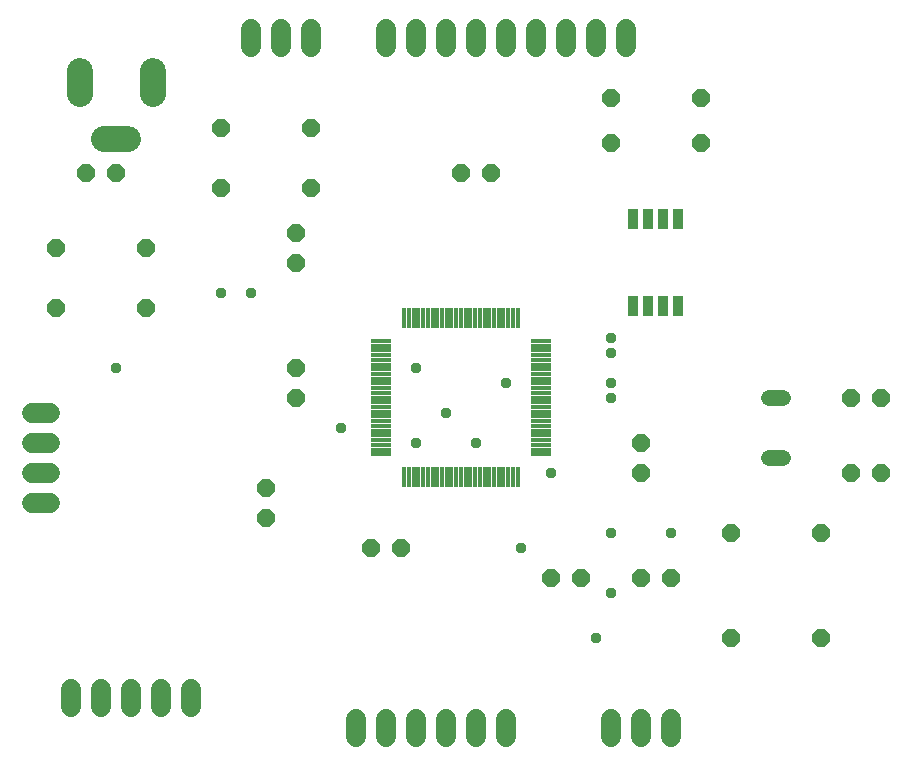
<source format=gbr>
G04 EAGLE Gerber RS-274X export*
G75*
%MOMM*%
%FSLAX34Y34*%
%LPD*%
%INSoldermask Top*%
%IPPOS*%
%AMOC8*
5,1,8,0,0,1.08239X$1,22.5*%
G01*
%ADD10P,1.649562X8X292.500000*%
%ADD11P,1.649562X8X112.500000*%
%ADD12P,1.649562X8X22.500000*%
%ADD13R,1.678200X0.403097*%
%ADD14R,0.403097X1.678200*%
%ADD15R,0.903200X1.753200*%
%ADD16C,1.727200*%
%ADD17P,1.649562X8X202.500000*%
%ADD18C,2.203200*%
%ADD19C,1.320800*%
%ADD20C,0.959600*%


D10*
X254000Y254000D03*
X254000Y228600D03*
D11*
X228600Y127000D03*
X228600Y152400D03*
D12*
X393700Y419100D03*
X419100Y419100D03*
X317500Y101600D03*
X342900Y101600D03*
D11*
X546100Y165100D03*
X546100Y190500D03*
X254000Y342900D03*
X254000Y368300D03*
D12*
X546100Y76200D03*
X571500Y76200D03*
X469900Y76200D03*
X495300Y76200D03*
D13*
X326320Y276600D03*
X326320Y272600D03*
X326320Y268600D03*
X326320Y264600D03*
X326320Y260600D03*
X326320Y256600D03*
X326320Y252600D03*
X326320Y248600D03*
X326320Y244600D03*
X326320Y240600D03*
X326320Y236600D03*
X326320Y232600D03*
X326320Y228600D03*
X326320Y224600D03*
X326320Y220600D03*
X326320Y216600D03*
X326320Y212600D03*
X326320Y208600D03*
X326320Y204600D03*
X326320Y200600D03*
X326320Y196600D03*
X326320Y192600D03*
X326320Y188600D03*
X326320Y184600D03*
X326320Y180600D03*
D14*
X345700Y161220D03*
X349700Y161220D03*
X353700Y161220D03*
X357700Y161220D03*
X361700Y161220D03*
X365700Y161220D03*
X369700Y161220D03*
X373700Y161220D03*
X377700Y161220D03*
X381700Y161220D03*
X385700Y161220D03*
X389700Y161220D03*
X393700Y161220D03*
X397700Y161220D03*
X401700Y161220D03*
X405700Y161220D03*
X409700Y161220D03*
X413700Y161220D03*
X417700Y161220D03*
X421700Y161220D03*
X425700Y161220D03*
X429700Y161220D03*
X433700Y161220D03*
X437700Y161220D03*
X441700Y161220D03*
D13*
X461080Y180600D03*
X461080Y184600D03*
X461080Y188600D03*
X461080Y192600D03*
X461080Y196600D03*
X461080Y200600D03*
X461080Y204600D03*
X461080Y208600D03*
X461080Y212600D03*
X461080Y216600D03*
X461080Y220600D03*
X461080Y224600D03*
X461080Y228600D03*
X461080Y232600D03*
X461080Y236600D03*
X461080Y240600D03*
X461080Y244600D03*
X461080Y248600D03*
X461080Y252600D03*
X461080Y256600D03*
X461080Y260600D03*
X461080Y264600D03*
X461080Y268600D03*
X461080Y272600D03*
X461080Y276600D03*
D14*
X441700Y295980D03*
X437700Y295980D03*
X433700Y295980D03*
X429700Y295980D03*
X425700Y295980D03*
X421700Y295980D03*
X417700Y295980D03*
X413700Y295980D03*
X409700Y295980D03*
X405700Y295980D03*
X401700Y295980D03*
X397700Y295980D03*
X393700Y295980D03*
X389700Y295980D03*
X385700Y295980D03*
X381700Y295980D03*
X377700Y295980D03*
X373700Y295980D03*
X369700Y295980D03*
X365700Y295980D03*
X361700Y295980D03*
X357700Y295980D03*
X353700Y295980D03*
X349700Y295980D03*
X345700Y295980D03*
D15*
X539750Y306400D03*
X552450Y306400D03*
X565150Y306400D03*
X577850Y306400D03*
X577850Y379400D03*
X565150Y379400D03*
X552450Y379400D03*
X539750Y379400D03*
D16*
X63500Y-17780D02*
X63500Y-33020D01*
X88900Y-33020D02*
X88900Y-17780D01*
X114300Y-17780D02*
X114300Y-33020D01*
X139700Y-33020D02*
X139700Y-17780D01*
X165100Y-17780D02*
X165100Y-33020D01*
D17*
X127000Y304800D03*
X50800Y304800D03*
X596900Y482600D03*
X520700Y482600D03*
D12*
X50800Y355600D03*
X127000Y355600D03*
D17*
X596900Y444500D03*
X520700Y444500D03*
D16*
X533400Y525780D02*
X533400Y541020D01*
X508000Y541020D02*
X508000Y525780D01*
X482600Y525780D02*
X482600Y541020D01*
X457200Y541020D02*
X457200Y525780D01*
X431800Y525780D02*
X431800Y541020D01*
X406400Y541020D02*
X406400Y525780D01*
X381000Y525780D02*
X381000Y541020D01*
X355600Y541020D02*
X355600Y525780D01*
X330200Y525780D02*
X330200Y541020D01*
X45720Y139700D02*
X30480Y139700D01*
X30480Y165100D02*
X45720Y165100D01*
X45720Y190500D02*
X30480Y190500D01*
X30480Y215900D02*
X45720Y215900D01*
D18*
X132600Y485300D02*
X132600Y505300D01*
X71600Y505300D02*
X71600Y485300D01*
X91600Y447300D02*
X111600Y447300D01*
D17*
X101600Y419100D03*
X76200Y419100D03*
D19*
X654812Y177800D02*
X665988Y177800D01*
X665988Y228600D02*
X654812Y228600D01*
D12*
X723900Y228600D03*
X749300Y228600D03*
X723900Y165100D03*
X749300Y165100D03*
D16*
X431800Y-43180D02*
X431800Y-58420D01*
X406400Y-58420D02*
X406400Y-43180D01*
X381000Y-43180D02*
X381000Y-58420D01*
X355600Y-58420D02*
X355600Y-43180D01*
X330200Y-43180D02*
X330200Y-58420D01*
X304800Y-58420D02*
X304800Y-43180D01*
D12*
X622300Y114300D03*
X698500Y114300D03*
X622300Y25400D03*
X698500Y25400D03*
X190500Y457200D03*
X266700Y457200D03*
X190500Y406400D03*
X266700Y406400D03*
D16*
X215900Y525780D02*
X215900Y541020D01*
X241300Y541020D02*
X241300Y525780D01*
X266700Y525780D02*
X266700Y541020D01*
X571500Y-43180D02*
X571500Y-58420D01*
X546100Y-58420D02*
X546100Y-43180D01*
X520700Y-43180D02*
X520700Y-58420D01*
D20*
X101600Y254000D03*
X469900Y165100D03*
X431800Y241300D03*
X292100Y203200D03*
X355600Y254000D03*
X355600Y190500D03*
X381000Y215900D03*
X406400Y190500D03*
X520700Y266700D03*
X520700Y279400D03*
X520700Y241300D03*
X520700Y228600D03*
X444500Y101600D03*
X508000Y25400D03*
X571500Y114300D03*
X520700Y63500D03*
X520700Y114300D03*
X215900Y317500D03*
X190500Y317500D03*
M02*

</source>
